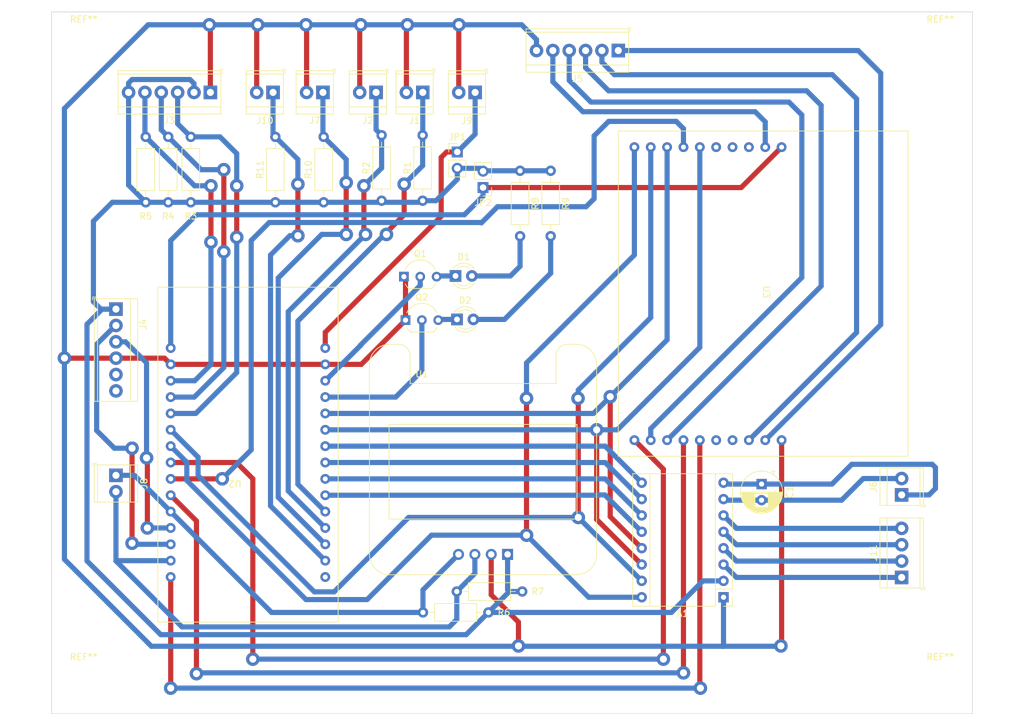
<source format=kicad_pcb>
(kicad_pcb (version 20211014) (generator pcbnew)
  (layers (0 "F.Cu" signal) (31 "B.Cu" signal) (34 "B.Paste" user) (35 "F.Paste" user) (36 "B.SilkS" user "B.Silkscreen") (37 "F.SilkS" user "F.Silkscreen") (38 "B.Mask" user) (39 "F.Mask" user) (44 "Edge.Cuts" user))
  (net 0 "")
  (net 1 "GND")
  (net 2 "/~{ENABLE}")
  (net 3 "VCC")
  (net 4 "/MS1")
  (net 5 "/1B")
  (net 6 "/MS2")
  (net 7 "/1A")
  (net 8 "/MS3")
  (net 9 "/2A")
  (net 10 "/RESET")
  (net 11 "/2B")
  (net 12 "/SLEEP")
  (net 13 "GNDPWR")
  (net 14 "/STEP")
  (net 15 "+VDC")
  (net 16 "/DIR")
  (net 17 "Net-(D1-Pad1)")
  (net 18 "Net-(D1-Pad2)")
  (net 19 "Net-(D2-Pad1)")
  (net 20 "Net-(D2-Pad2)")
  (net 21 "/ENDSWITCH_UP")
  (net 22 "/ENDSWITCH_DOWN")
  (net 23 "/ENC_BUTTON")
  (net 24 "/ENC_B")
  (net 25 "/ENC_A")
  (net 26 "/TX0")
  (net 27 "/RX0")
  (net 30 "/~{STALL}")
  (net 31 "/~{FAULT}")
  (net 32 "/POT")
  (net 33 "/BIN1")
  (net 34 "/BIN2")
  (net 35 "/BUTTON_A")
  (net 36 "/SDA")
  (net 37 "/SCK")
  (net 38 "+5V")
  (net 39 "/BUTTON_B")
  (net 40 "+3V3")
  (net 41 "/LED_RED")
  (net 42 "/LED_GREEN")
  (net 44 "/CS0")
  (net 45 "/CLK")
  (net 46 "/MISO")
  (net 47 "/MOSI")
  (footprint "MountingHole:MountingHole_3.2mm_M3_ISO7380" (layer "F.Cu") (at 55 48)
    (fp_text reference "REF**")
    (fp_text value "MountingHole_3.2mm_M3_ISO7380")
  )
  (footprint "LED_THT:LED_D3.0mm" (layer "F.Cu") (at 112.955 90.75)
    (fp_text reference "D2")
    (fp_text value "LED")
  )
  (footprint "TerminalBlock_TE-Connectivity:TerminalBlock_TE_282834-6_1x06_P2.54mm_Horizontal" (layer "F.Cu") (at 60 89.15 -90)
    (fp_text reference "J4")
    (fp_text value "Conn_01x06")
  )
  (footprint "Resistor_THT:R_Axial_DIN0207_L6.3mm_D2.5mm_P10.16mm_Horizontal" (layer "F.Cu") (at 122.75 67.67 -90)
    (fp_text reference "R8")
    (fp_text value "R")
  )
  (footprint "Connector_PinHeader_2.54mm:PinHeader_1x02_P2.54mm_Vertical" (layer "F.Cu") (at 113 64.75)
    (fp_text reference "JP1")
    (fp_text value "Jumper_2_Open")
  )
  (footprint "TerminalBlock_TE-Connectivity:TerminalBlock_TE_282834-2_1x02_P2.54mm_Horizontal" (layer "F.Cu") (at 107.64 55.5 180)
    (fp_text reference "J1")
    (fp_text value "Conn_01x02")
  )
  (footprint "Resistor_THT:R_Axial_DIN0207_L6.3mm_D2.5mm_P10.16mm_Horizontal" (layer "F.Cu") (at 123.08 133 180)
    (fp_text reference "R7")
    (fp_text value "R")
  )
  (footprint "TerminalBlock_TE-Connectivity:TerminalBlock_TE_282834-2_1x02_P2.54mm_Horizontal" (layer "F.Cu") (at 115.77 55.5 180)
    (fp_text reference "J9")
    (fp_text value "Conn_01x02")
  )
  (footprint "TerminalBlock_TE-Connectivity:TerminalBlock_TE_282834-6_1x06_P2.54mm_Horizontal" (layer "F.Cu") (at 74.66 55.5 180)
    (fp_text reference "J3")
    (fp_text value "Conn_01x06")
  )
  (footprint "TerminalBlock_TE-Connectivity:TerminalBlock_TE_282834-2_1x02_P2.54mm_Horizontal" (layer "F.Cu") (at 100.39 55.5 180)
    (fp_text reference "J2")
    (fp_text value "Conn_01x02")
  )
  (footprint "Resistor_THT:R_Axial_DIN0207_L6.3mm_D2.5mm_P10.16mm_Horizontal" (layer "F.Cu") (at 101.25 72.315 90)
    (fp_text reference "R2")
    (fp_text value "R")
  )
  (footprint "TerminalBlock_TE-Connectivity:TerminalBlock_TE_282834-2_1x02_P2.54mm_Horizontal" (layer "F.Cu") (at 182 118 90)
    (fp_text reference "J6")
    (fp_text value "Conn_01x02")
  )
  (footprint "Resistor_THT:R_Axial_DIN0207_L6.3mm_D2.5mm_P10.16mm_Horizontal" (layer "F.Cu") (at 107.62 72.315 90)
    (fp_text reference "R1")
    (fp_text value "R")
  )
  (footprint "Display:SH1106_Makershop" (layer "F.Cu") (at 125.89 127.235 180)
    (fp_text reference "U1")
    (fp_text value "SH1106_Display_Module")
  )
  (footprint "TerminalBlock_TE-Connectivity:TerminalBlock_TE_282834-6_1x06_P2.54mm_Horizontal" (layer "F.Cu") (at 138 49 180)
    (fp_text reference "J5")
    (fp_text value "Conn_01x06")
  )
  (footprint "Resistor_THT:R_Axial_DIN0207_L6.3mm_D2.5mm_P10.16mm_Horizontal" (layer "F.Cu") (at 64.62 72.565 90)
    (fp_text reference "R5")
    (fp_text value "R")
  )
  (footprint "ESP32-DevKits:ESP32-WROOM" (layer "F.Cu") (at 80.5 111.75 180)
    (fp_text reference "U2")
    (fp_text value "ESP32-WROOM")
  )
  (footprint "TerminalBlock_TE-Connectivity:TerminalBlock_TE_282834-2_1x02_P2.54mm_Horizontal" (layer "F.Cu") (at 92.14 55.5 180)
    (fp_text reference "J7")
    (fp_text value "Conn_01x02")
  )
  (footprint "Capacitor_THT:CP_Radial_D6.3mm_P2.50mm" (layer "F.Cu") (at 160.25 116.31762 -90)
    (fp_text reference "C1")
    (fp_text value "C_Polarized")
  )
  (footprint "TerminalBlock_TE-Connectivity:TerminalBlock_TE_282834-2_1x02_P2.54mm_Horizontal" (layer "F.Cu") (at 84.39 55.5 180)
    (fp_text reference "J10")
    (fp_text value "Conn_01x02")
  )
  (footprint "Resistor_THT:R_Axial_DIN0207_L6.3mm_D2.5mm_P10.16mm_Horizontal" (layer "F.Cu") (at 127.5 67.67 -90)
    (fp_text reference "R9")
    (fp_text value "R")
  )
  (footprint "Module:TI_BOOST_DRV8711" (layer "F.Cu") (at 160.5 86.5 -90)
    (fp_text reference "U3")
    (fp_text value "BOOST-DRV8711")
  )
  (footprint "MountingHole:MountingHole_3.2mm_M3_ISO7380" (layer "F.Cu") (at 188 48)
    (fp_text reference "REF**")
    (fp_text value "MountingHole_3.2mm_M3_ISO7380")
  )
  (footprint "Connector_PinHeader_2.54mm:PinHeader_1x02_P2.54mm_Vertical" (layer "F.Cu") (at 117 70.275 180)
    (fp_text reference "JP2")
    (fp_text value "Jumper_2_Bridged")
  )
  (footprint "TerminalBlock_TE-Connectivity:TerminalBlock_TE_282834-2_1x02_P2.54mm_Horizontal" (layer "F.Cu") (at 60 114.96 -90)
    (fp_text reference "J8")
    (fp_text value "Conn_01x02")
  )
  (footprint "Resistor_THT:R_Axial_DIN0207_L6.3mm_D2.5mm_P10.16mm_Horizontal" (layer "F.Cu") (at 117.83 136.25 180)
    (fp_text reference "R6")
    (fp_text value "R")
  )
  (footprint "Module:Pololu_Breakout-16_15.2x20.3mm" (layer "F.Cu") (at 154.34 133.89 180)
    (fp_text reference "A1")
    (fp_text value "Pololu_Breakout_A4988")
  )
  (footprint "Resistor_THT:R_Axial_DIN0207_L6.3mm_D2.5mm_P10.16mm_Horizontal" (layer "F.Cu") (at 71.62 72.565 90)
    (fp_text reference "R3")
    (fp_text value "R")
  )
  (footprint "Resistor_THT:R_Axial_DIN0207_L6.3mm_D2.5mm_P10.16mm_Horizontal" (layer "F.Cu") (at 84.75 72.565 90)
    (fp_text reference "R11")
    (fp_text value "R")
  )
  (footprint "Package_TO_SOT_THT:TO-92_Inline_Wide" (layer "F.Cu") (at 104.96 90.86)
    (fp_text reference "Q2")
    (fp_text value "2N7000")
  )
  (footprint "Package_TO_SOT_THT:TO-92_Inline_Wide" (layer "F.Cu") (at 104.71 84.11)
    (fp_text reference "Q1")
    (fp_text value "2N7000")
  )
  (footprint "TerminalBlock_TE-Connectivity:TerminalBlock_TE_282834-4_1x04_P2.54mm_Horizontal" (layer "F.Cu") (at 182 130.815 90)
    (fp_text reference "J11")
    (fp_text value "Conn_01x04")
  )
  (footprint "MountingHole:MountingHole_3.2mm_M3_ISO7380" (layer "F.Cu") (at 188 147)
    (fp_text reference "REF**")
    (fp_text value "MountingHole_3.2mm_M3_ISO7380")
  )
  (footprint "Resistor_THT:R_Axial_DIN0207_L6.3mm_D2.5mm_P10.16mm_Horizontal" (layer "F.Cu") (at 68.12 72.565 90)
    (fp_text reference "R4")
    (fp_text value "R")
  )
  (footprint "LED_THT:LED_D3.0mm" (layer "F.Cu") (at 112.725 84)
    (fp_text reference "D1")
    (fp_text value "LED")
  )
  (footprint "Resistor_THT:R_Axial_DIN0207_L6.3mm_D2.5mm_P10.16mm_Horizontal" (layer "F.Cu") (at 92.25 72.565 90)
    (fp_text reference "R10")
    (fp_text value "R")
  )
  (footprint "MountingHole:MountingHole_3.2mm_M3_ISO7380" (layer "F.Cu") (at 55 147)
    (fp_text reference "REF**")
    (fp_text value "MountingHole_3.2mm_M3_ISO7380")
  )
  (gr_rect (start 50 43) (end 193 152) (layer "Edge.Cuts") (width 0.1) (fill none))
  (segment (start 89.5 45) (end 89.6 45.1) (width 0.8) (layer "F.Cu") (net 1))
  (segment (start 105.25 45) (end 105.1 45.15) (width 0.8) (layer "F.Cu") (net 1))
  (segment (start 60 96.77) (end 52.02 96.77) (width 0.8) (layer "F.Cu") (net 1))
  (segment (start 67.54 96.77) (end 60 96.77) (width 0.8) (layer "F.Cu") (net 1))
  (segment (start 105.1 45.15) (end 105.1 55.5) (width 0.8) (layer "F.Cu") (net 1))
  (segment (start 163.25 141.4505) (end 163.36 141.3405) (width 0.8) (layer "F.Cu") (net 1))
  (segment (start 163.36 141.3405) (end 163.36 109.5) (width 0.8) (layer "F.Cu") (net 1))
  (segment (start 82 45) (end 81.85 45.15) (width 0.8) (layer "F.Cu") (net 1))
  (segment (start 74.5 45) (end 74.66 45.16) (width 0.8) (layer "F.Cu") (net 1))
  (segment (start 122.5 137.75) (end 122.5 141.4505) (width 0.8) (layer "F.Cu") (net 1))
  (segment (start 98.09 97.73) (end 104.96 90.86) (width 0.8) (layer "F.Cu") (net 1))
  (segment (start 89.6 45.1) (end 89.6 55.5) (width 0.8) (layer "F.Cu") (net 1))
  (segment (start 68.5 97.73) (end 92.5 97.73) (width 0.8) (layer "F.Cu") (net 1))
  (segment (start 104.96 84.36) (end 104.71 84.11) (width 0.8) (layer "F.Cu") (net 1))
  (segment (start 113.23 45.02) (end 113.23 55.5) (width 0.8) (layer "F.Cu") (net 1))
  (segment (start 68.5 97.73) (end 67.54 96.77) (width 0.8) (layer "F.Cu") (net 1))
  (segment (start 98 45) (end 97.6 45.4) (width 0.8) (layer "F.Cu") (net 1))
  (segment (start 97.85 45.4) (end 97.85 55.5) (width 0.8) (layer "F.Cu") (net 1))
  (segment (start 104.96 90.86) (end 104.96 84.36) (width 0.8) (layer "F.Cu") (net 1))
  (segment (start 81.85 45.15) (end 81.85 55.5) (width 0.8) (layer "F.Cu") (net 1))
  (segment (start 74.66 45.16) (end 74.66 55.5) (width 0.8) (layer "F.Cu") (net 1))
  (segment (start 113.25 45) (end 113.23 45.02) (width 0.8) (layer "F.Cu") (net 1))
  (segment (start 52.02 96.77) (end 52 96.75) (width 0.8) (layer "F.Cu") (net 1))
  (segment (start 118.27 133.52) (end 122.5 137.75) (width 0.8) (layer "F.Cu") (net 1))
  (segment (start 118.27 127.235) (end 118.27 133.52) (width 0.8) (layer "F.Cu") (net 1))
  (segment (start 92.5 97.73) (end 98.09 97.73) (width 0.8) (layer "F.Cu") (net 1))
  (via (at 163.25 141.4505) (size 2.1) (drill 1.1) (layers "F.Cu" "B.Cu") (net 1))
  (via (at 74.5 45) (size 2.1) (drill 1.1) (layers "F.Cu" "B.Cu") (net 1))
  (via (at 52 96.75) (size 2.1) (drill 1.1) (layers "F.Cu" "B.Cu") (net 1))
  (via (at 82 45) (size 2.1) (drill 1.1) (layers "F.Cu" "B.Cu") (net 1))
  (via (at 113.25 45) (size 2.1) (drill 1.1) (layers "F.Cu" "B.Cu") (net 1))
  (via (at 122.5 141.4505) (size 2.1) (drill 1.1) (layers "F.Cu" "B.Cu") (net 1))
  (via (at 105.25 45) (size 2.1) (drill 1.1) (layers "F.Cu" "B.Cu") (net 1))
  (via (at 98 45) (size 2.1) (drill 1.1) (layers "F.Cu" "B.Cu") (net 1))
  (via (at 89.5 45) (size 2.1) (drill 1.1) (layers "F.Cu" "B.Cu") (net 1))
  (segment (start 52 96.75) (end 52 128) (width 0.8) (layer "B.Cu") (net 1))
  (segment (start 98.25 45) (end 89.5 45) (width 0.8) (layer "B.Cu") (net 1))
  (segment (start 154.25 141.5) (end 163.25 141.5) (width 0.8) (layer "B.Cu") (net 1))
  (segment (start 113.25 45) (end 123 45) (width 0.8) (layer "B.Cu") (net 1))
  (segment (start 89.5 45) (end 82 45) (width 0.8) (layer "B.Cu") (net 1))
  (segment (start 82 45) (end 74.5 45) (width 0.8) (layer "B.Cu") (net 1))
  (segment (start 65 45) (end 52 58) (width 0.8) (layer "B.Cu") (net 1))
  (segment (start 74.5 45) (end 65 45) (width 0.8) (layer "B.Cu") (net 1))
  (segment (start 52 128) (end 65.5 141.5) (width 0.8) (layer "B.Cu") (net 1))
  (segment (start 65.5 141.5) (end 154.25 141.5) (width 0.8) (layer "B.Cu") (net 1))
  (segment (start 154.34 141.41) (end 154.34 133.89) (width 0.8) (layer "B.Cu") (net 1))
  (segment (start 105.25 45) (end 98.25 45) (width 0.8) (layer "B.Cu") (net 1))
  (segment (start 125.3 47.3) (end 125.3 49) (width 0.8) (layer "B.Cu") (net 1))
  (segment (start 113.25 45) (end 105.25 45) (width 0.8) (layer "B.Cu") (net 1))
  (segment (start 123 45) (end 125.3 47.3) (width 0.8) (layer "B.Cu") (net 1))
  (segment (start 163.25 141.5) (end 163.25 141.4505) (width 0.8) (layer "B.Cu") (net 1))
  (segment (start 154.25 141.5) (end 154.34 141.41) (width 0.8) (layer "B.Cu") (net 1))
  (segment (start 52 58) (end 52 96.75) (width 0.8) (layer "B.Cu") (net 1))
  (segment (start 92.5 110.43) (end 135.96 110.43) (width 0.8) (layer "B.Cu") (net 2))
  (segment (start 135.96 110.43) (end 141.64 116.11) (width 0.8) (layer "B.Cu") (net 2))
  (segment (start 57.65 89.15) (end 56.5 88) (width 0.8) (layer "B.Cu") (net 3))
  (segment (start 116.555 67.29) (end 117 67.735) (width 0.8) (layer "B.Cu") (net 3))
  (segment (start 55.5 91.5) (end 55.5 128.25) (width 0.8) (layer "B.Cu") (net 3))
  (segment (start 56.5 88) (end 56.5 75.5) (width 0.8) (layer "B.Cu") (net 3))
  (segment (start 64.62 72.565) (end 68.12 72.565) (width 0.8) (layer "B.Cu") (net 3))
  (segment (start 59.435 72.565) (end 64.62 72.565) (width 0.8) (layer "B.Cu") (net 3))
  (segment (start 66.94952 139.69952) (end 114.38048 139.69952) (width 0.8) (layer "B.Cu") (net 3))
  (segment (start 84.75 72.565) (end 71.62 72.565) (width 0.8) (layer "B.Cu") (net 3))
  (segment (start 72.12 54.12) (end 72.12 55.5) (width 0.8) (layer "B.Cu") (net 3))
  (segment (start 57.85 89.15) (end 55.5 91.5) (width 0.8) (layer "B.Cu") (net 3))
  (segment (start 120.81 132.73) (end 120.81 127.235) (width 0.8) (layer "B.Cu") (net 3))
  (segment (start 113 67.29) (end 116.555 67.29) (width 0.8) (layer "B.Cu") (net 3))
  (segment (start 56.5 75.5) (end 59.435 72.565) (width 0.8) (layer "B.Cu") (net 3))
  (segment (start 114.38048 139.69952) (end 117.83 136.25) (width 0.8) (layer "B.Cu") (net 3))
  (segment (start 61.96 69.905) (end 64.62 72.565) (width 0.8) (layer "B.Cu") (net 3))
  (segment (start 62.5 53.5) (end 71.5 53.5) (width 0.8) (layer "B.Cu") (net 3))
  (segment (start 107.62 72.315) (end 107.37 72.565) (width 0.8) (layer "B.Cu") (net 3))
  (segment (start 146.25 136.25) (end 151.15 131.35) (width 0.8) (layer "B.Cu") (net 3))
  (segment (start 123.08 133) (end 121.08 133) (width 0.8) (layer "B.Cu") (net 3))
  (segment (start 60 89.15) (end 57.65 89.15) (width 0.8) (layer "B.Cu") (net 3))
  (segment (start 121.08 133) (end 117.83 136.25) (width 0.8) (layer "B.Cu") (net 3))
  (segment (start 127.5 67.67) (end 122.75 67.67) (width 0.8) (layer "B.Cu") (net 3))
  (segment (start 122.75 67.67) (end 117.065 67.67) (width 0.8) (layer "B.Cu") (net 3))
  (segment (start 107.37 72.565) (end 84.75 72.565) (width 0.8) (layer "B.Cu") (net 3))
  (segment (start 68.12 72.565) (end 71.62 72.565) (width 0.8) (layer "B.Cu") (net 3))
  (segment (start 117.83 136.25) (end 146.25 136.25) (width 0.8) (layer "B.Cu") (net 3))
  (segment (start 55.5 128.25) (end 66.94952 139.69952) (width 0.8) (layer "B.Cu") (net 3))
  (segment (start 109.685 72.315) (end 107.62 72.315) (width 0.8) (layer "B.Cu") (net 3))
  (segment (start 113 67.29) (end 113 69) (width 0.8) (layer "B.Cu") (net 3))
  (segment (start 151.15 131.35) (end 154.34 131.35) (width 0.8) (layer "B.Cu") (net 3))
  (segment (start 121.08 133) (end 120.81 132.73) (width 0.8) (layer "B.Cu") (net 3))
  (segment (start 71.5 53.5) (end 72.12 54.12) (width 0.8) (layer "B.Cu") (net 3))
  (segment (start 113 69) (end 109.685 72.315) (width 0.8) (layer "B.Cu") (net 3))
  (segment (start 61.96 54.04) (end 62.5 53.5) (width 0.8) (layer "B.Cu") (net 3))
  (segment (start 61.96 55.5) (end 61.96 54.04) (width 0.8) (layer "B.Cu") (net 3))
  (segment (start 117.065 67.67) (end 117 67.735) (width 0.8) (layer "B.Cu") (net 3))
  (segment (start 60 89.15) (end 57.85 89.15) (width 0.8) (layer "B.Cu") (net 3))
  (segment (start 61.96 55.5) (end 61.96 69.905) (width 0.8) (layer "B.Cu") (net 3))
  (segment (start 92.5 112.97) (end 135.96 112.97) (width 0.8) (layer "B.Cu") (net 4))
  (segment (start 135.96 112.97) (end 141.64 118.65) (width 0.8) (layer "B.Cu") (net 4))
  (segment (start 156.345 130.815) (end 154.34 128.81) (width 0.8) (layer "B.Cu") (net 5))
  (segment (start 182 130.815) (end 156.345 130.815) (width 0.8) (layer "B.Cu") (net 5))
  (segment (start 135.96 115.51) (end 141.64 121.19) (width 0.8) (layer "B.Cu") (net 6))
  (segment (start 92.5 115.51) (end 135.96 115.51) (width 0.8) (layer "B.Cu") (net 6))
  (segment (start 182 128.275) (end 156.345 128.275) (width 0.8) (layer "B.Cu") (net 7))
  (segment (start 156.345 128.275) (end 154.34 126.27) (width 0.8) (layer "B.Cu") (net 7))
  (segment (start 135 118) (end 134.95 118.05) (width 0.8) (layer "B.Cu") (net 8))
  (segment (start 141.64 123.73) (end 135.91 118) (width 0.8) (layer "B.Cu") (net 8))
  (segment (start 134.95 118.05) (end 92.5 118.05) (width 0.8) (layer "B.Cu") (net 8))
  (segment (start 135.91 118) (end 135 118) (width 0.8) (layer "B.Cu") (net 8))
  (segment (start 156.345 125.735) (end 154.34 123.73) (width 0.8) (layer "B.Cu") (net 9))
  (segment (start 182 125.735) (end 156.345 125.735) (width 0.8) (layer "B.Cu") (net 9))
  (segment (start 136.75 102.75) (end 136.75 121.38) (width 0.8) (layer "F.Cu") (net 10))
  (segment (start 136.75 121.38) (end 141.64 126.27) (width 0.8) (layer "F.Cu") (net 10))
  (via (at 136.75 102.75) (size 2.1) (drill 1.1) (layers "F.Cu" "B.Cu") (net 10))
  (segment (start 145.58 93.92) (end 145.58 64) (width 0.8) (layer "B.Cu") (net 10))
  (segment (start 134.15 105.35) (end 145.58 93.92) (width 0.8) (layer "B.Cu") (net 10))
  (segment (start 92.5 105.35) (end 134.15 105.35) (width 0.8) (layer "B.Cu") (net 10))
  (segment (start 154.34 121.19) (end 156.345 123.195) (width 0.8) (layer "B.Cu") (net 11))
  (segment (start 182 123.195) (end 156.345 123.195) (width 0.8) (layer "B.Cu") (net 11))
  (segment (start 134.64 121.81) (end 141.64 128.81) (width 0.8) (layer "F.Cu") (net 12))
  (segment (start 134.64 107.89) (end 134.64 121.81) (width 0.8) (layer "F.Cu") (net 12))
  (via (at 134.64 107.89) (size 2.1) (drill 1.1) (layers "F.Cu" "B.Cu") (net 12))
  (segment (start 92.5 107.89) (end 137.86 107.89) (width 0.8) (layer "B.Cu") (net 12))
  (segment (start 137.86 107.89) (end 150.66 95.09) (width 0.8) (layer "B.Cu") (net 12))
  (segment (start 150.66 95.09) (end 150.66 64) (width 0.8) (layer "B.Cu") (net 12))
  (segment (start 176.04 115.46) (end 172.68238 118.81762) (width 0.8) (layer "B.Cu") (net 13))
  (segment (start 160.25 118.81762) (end 154.50762 118.81762) (width 0.8) (layer "B.Cu") (net 13))
  (segment (start 182 115.46) (end 176.04 115.46) (width 0.8) (layer "B.Cu") (net 13))
  (segment (start 172.68238 118.81762) (end 160.25 118.81762) (width 0.8) (layer "B.Cu") (net 13))
  (segment (start 154.50762 118.81762) (end 154.34 118.65) (width 0.8) (layer "B.Cu") (net 13))
  (segment (start 131.79 121.5) (end 131.79 103.04) (width 0.8) (layer "F.Cu") (net 14))
  (segment (start 131.79 103.04) (end 131.75 103) (width 0.8) (layer "F.Cu") (net 14))
  (via (at 131.79 121.5) (size 2.1) (drill 1.1) (layers "F.Cu" "B.Cu") (net 14))
  (via (at 131.75 103) (size 2.1) (drill 1.1) (layers "F.Cu" "B.Cu") (net 14))
  (segment (start 143.04 90.46) (end 143.04 64) (width 0.8) (layer "B.Cu") (net 14))
  (segment (start 72.75 112.14) (end 68.5 107.89) (width 0.8) (layer "B.Cu") (net 14))
  (segment (start 93.878769 133.05048) (end 90.80048 133.05048) (width 0.8) (layer "B.Cu") (net 14))
  (segment (start 141.64 131.35) (end 131.79 121.5) (width 0.8) (layer "B.Cu") (net 14))
  (segment (start 131.79 102.96) (end 131.79 101.71) (width 0.8) (layer "B.Cu") (net 14))
  (segment (start 131.79 101.71) (end 143.04 90.46) (width 0.8) (layer "B.Cu") (net 14))
  (segment (start 90.80048 133.05048) (end 72.75 115) (width 0.8) (layer "B.Cu") (net 14))
  (segment (start 72.75 115) (end 72.75 112.14) (width 0.8) (layer "B.Cu") (net 14))
  (segment (start 131.79 121.5) (end 105.429249 121.5) (width 0.8) (layer "B.Cu") (net 14))
  (segment (start 105.429249 121.5) (end 93.878769 133.05048) (width 0.8) (layer "B.Cu") (net 14))
  (segment (start 131.75 103) (end 131.79 102.96) (width 0.8) (layer "B.Cu") (net 14))
  (segment (start 187.25 113.75) (end 186.75 113.25) (width 0.8) (layer "B.Cu") (net 15))
  (segment (start 186.25 118) (end 187.25 117) (width 0.8) (layer "B.Cu") (net 15))
  (segment (start 154.54762 116.31762) (end 154.34 116.11) (width 0.8) (layer "B.Cu") (net 15))
  (segment (start 174.25 113.25) (end 171.18238 116.31762) (width 0.8) (layer "B.Cu") (net 15))
  (segment (start 186.75 113.25) (end 174.25 113.25) (width 0.8) (layer "B.Cu") (net 15))
  (segment (start 182 118) (end 186.25 118) (width 0.8) (layer "B.Cu") (net 15))
  (segment (start 160.25 116.31762) (end 154.54762 116.31762) (width 0.8) (layer "B.Cu") (net 15))
  (segment (start 171.18238 116.31762) (end 160.25 116.31762) (width 0.8) (layer "B.Cu") (net 15))
  (segment (start 187.25 117) (end 187.25 113.75) (width 0.8) (layer "B.Cu") (net 15))
  (segment (start 123.75 124.25) (end 123.75 103) (width 0.8) (layer "F.Cu") (net 16))
  (via (at 123.75 124.25) (size 2.1) (drill 1.1) (layers "F.Cu" "B.Cu") (net 16))
  (via (at 123.75 103) (size 2.1) (drill 1.1) (layers "F.Cu" "B.Cu") (net 16))
  (segment (start 89.5 134.25) (end 71 115.75) (width 0.8) (layer "B.Cu") (net 16))
  (segment (start 123.75 103) (end 123.75 97.5) (width 0.8) (layer "B.Cu") (net 16))
  (segment (start 109 124.25) (end 99 134.25) (width 0.8) (layer "B.Cu") (net 16))
  (segment (start 123.75 124.25) (end 109 124.25) (width 0.8) (layer "B.Cu") (net 16))
  (segment (start 123.75 124.25) (end 133.39 133.89) (width 0.8) (layer "B.Cu") (net 16))
  (segment (start 133.39 133.89) (end 141.64 133.89) (width 0.8) (layer "B.Cu") (net 16))
  (segment (start 71 115.75) (end 71 112.93) (width 0.8) (layer "B.Cu") (net 16))
  (segment (start 140.5 80.75) (end 140.5 64) (width 0.8) (layer "B.Cu") (net 16))
  (segment (start 123.75 97.5) (end 140.5 80.75) (width 0.8) (layer "B.Cu") (net 16))
  (segment (start 99 134.25) (end 89.5 134.25) (width 0.8) (layer "B.Cu") (net 16))
  (segment (start 71 112.93) (end 68.5 110.43) (width 0.8) (layer "B.Cu") (net 16))
  (segment (start 112.725 84) (end 109.9 84) (width 0.8) (layer "B.Cu") (net 17))
  (segment (start 109.9 84) (end 109.79 84.11) (width 0.8) (layer "B.Cu") (net 17))
  (segment (start 122.75 77.83) (end 122.75 82.5) (width 0.8) (layer "B.Cu") (net 18))
  (segment (start 121.25 84) (end 122.75 82.5) (width 0.8) (layer "B.Cu") (net 18))
  (segment (start 115.265 84) (end 121.25 84) (width 0.8) (layer "B.Cu") (net 18))
  (segment (start 112.955 90.75) (end 110.15 90.75) (width 0.8) (layer "B.Cu") (net 19))
  (segment (start 110.15 90.75) (end 110.04 90.86) (width 0.8) (layer "B.Cu") (net 19))
  (segment (start 115.495 90.75) (end 120.33 90.75) (width 0.8) (layer "B.Cu") (net 20))
  (segment (start 127.5 83.58) (end 127.5 77.83) (width 0.8) (layer "B.Cu") (net 20))
  (segment (start 120.33 90.75) (end 127.5 83.58) (width 0.8) (layer "B.Cu") (net 20))
  (segment (start 104.75 69.75) (end 104.75 74.5) (width 0.8) (layer "F.Cu") (net 21))
  (segment (start 104.75 74.5) (end 102 77.25) (width 0.8) (layer "F.Cu") (net 21))
  (segment (start 102 77.25) (end 102 77.5495) (width 0.8) (layer "F.Cu") (net 21))
  (via (at 104.75 69.75) (size 2.1) (drill 1.1) (layers "F.Cu" "B.Cu") (net 21))
  (via (at 102 77.5495) (size 2.1) (drill 1.1) (layers "F.Cu" "B.Cu") (net 21))
  (segment (start 88.25 91) (end 88.25 116.34) (width 0.8) (layer "B.Cu") (net 21))
  (segment (start 107.62 66.88) (end 104.75 69.75) (width 0.8) (layer "B.Cu") (net 21))
  (segment (start 101.7005 77.5495) (end 88.25 91) (width 0.8) (layer "B.Cu") (net 21))
  (segment (start 102 77.5495) (end 101.7005 77.5495) (width 0.8) (layer "B.Cu") (net 21))
  (segment (start 88.25 116.34) (end 92.5 120.59) (width 0.8) (layer "B.Cu") (net 21))
  (segment (start 107.64 55.5) (end 107.64 62.135) (width 0.8) (layer "B.Cu") (net 21))
  (segment (start 107.62 62.155) (end 107.62 66.88) (width 0.8) (layer "B.Cu") (net 21))
  (segment (start 107.64 62.135) (end 107.62 62.155) (width 0.8) (layer "B.Cu") (net 21))
  (segment (start 98.5 77) (end 98.75 77.25) (width 0.8) (layer "F.Cu") (net 22))
  (segment (start 98.5 70) (end 98.5 77) (width 0.8) (layer "F.Cu") (net 22))
  (segment (start 98.75 77.25) (end 98.75 77.5495) (width 0.8) (layer "F.Cu") (net 22))
  (via (at 98.75 77.5495) (size 2.1) (drill 1.1) (layers "F.Cu" "B.Cu") (net 22))
  (via (at 98.5 70) (size 2.1) (drill 1.1) (layers "F.Cu" "B.Cu") (net 22))
  (segment (start 100.39 55.5) (end 100.39 61.295) (width 0.8) (layer "B.Cu") (net 22))
  (segment (start 92.5 123.13) (end 86.75 117.38) (width 0.8) (layer "B.Cu") (net 22))
  (segment (start 86.75 89.5495) (end 98.75 77.5495) (width 0.8) (layer "B.Cu") (net 22))
  (segment (start 101.25 67.25) (end 98.5 70) (width 0.8) (layer "B.Cu") (net 22))
  (segment (start 86.75 117.38) (end 86.75 89.5495) (width 0.8) (layer "B.Cu") (net 22))
  (segment (start 100.39 61.295) (end 101.25 62.155) (width 0.8) (layer "B.Cu") (net 22))
  (segment (start 101.25 62.155) (end 101.25 67.25) (width 0.8) (layer "B.Cu") (net 22))
  (segment (start 78.75 78) (end 78.75 70) (width 0.8) (layer "F.Cu") (net 23))
  (via (at 78.75 70) (size 2.1) (drill 1.1) (layers "F.Cu" "B.Cu") (net 23))
  (via (at 78.75 78) (size 2.1) (drill 1.1) (layers "F.Cu" "B.Cu") (net 23))
  (segment (start 69.58 60.365) (end 71.62 62.405) (width 0.8) (layer "B.Cu") (net 23))
  (segment (start 72.4 105.35) (end 78.5 99.25) (width 0.8) (layer "B.Cu") (net 23))
  (segment (start 68.5 105.35) (end 72.4 105.35) (width 0.8) (layer "B.Cu") (net 23))
  (segment (start 78.5 99.25) (end 78.75 99) (width 0.8) (layer "B.Cu") (net 23))
  (segment (start 78.75 65) (end 76.155 62.405) (width 0.8) (layer "B.Cu") (net 23))
  (segment (start 78.75 70) (end 78.75 65) (width 0.8) (layer "B.Cu") (net 23))
  (segment (start 69.58 55.5) (end 69.58 60.365) (width 0.8) (layer "B.Cu") (net 23))
  (segment (start 78.75 99) (end 78.75 78) (width 0.8) (layer "B.Cu") (net 23))
  (segment (start 76.155 62.405) (end 71.62 62.405) (width 0.8) (layer "B.Cu") (net 23))
  (segment (start 76.75 67.5) (end 76.75 80.25) (width 0.8) (layer "F.Cu") (net 24))
  (via (at 76.75 80.25) (size 2.1) (drill 1.1) (layers "F.Cu" "B.Cu") (net 24))
  (via (at 76.75 67.5) (size 2.1) (drill 1.1) (layers "F.Cu" "B.Cu") (net 24))
  (segment (start 72.163189 102.81) (end 68.5 102.81) (width 0.8) (layer "B.Cu") (net 24))
  (segment (start 76.75 98.223189) (end 72.163189 102.81) (width 0.8) (layer "B.Cu") (net 24))
  (segment (start 67.04 55.5) (end 67.04 61.325) (width 0.8) (layer "B.Cu") (net 24))
  (segment (start 68.12 62.405) (end 73.215 67.5) (width 0.8) (layer "B.Cu") (net 24))
  (segment (start 76.75 80.25) (end 76.75 98.223189) (width 0.8) (layer "B.Cu") (net 24))
  (segment (start 67.04 61.325) (end 68.12 62.405) (width 0.8) (layer "B.Cu") (net 24))
  (segment (start 73.215 67.5) (end 76.75 67.5) (width 0.8) (layer "B.Cu") (net 24))
  (segment (start 74.75 78.75) (end 74.75 70) (width 0.8) (layer "F.Cu") (net 25))
  (via (at 74.75 70) (size 2.1) (drill 1.1) (layers "F.Cu" "B.Cu") (net 25))
  (via (at 74.75 78.75) (size 2.1) (drill 1.1) (layers "F.Cu" "B.Cu") (net 25))
  (segment (start 74.75 97.75) (end 74.75 78.75) (width 0.8) (layer "B.Cu") (net 25))
  (segment (start 64.5 62.285) (end 64.62 62.405) (width 0.2) (layer "B.Cu") (net 25))
  (segment (start 72.23 100.27) (end 74.75 97.75) (width 0.8) (layer "B.Cu") (net 25))
  (segment (start 74.75 70) (end 72.215 70) (width 0.8) (layer "B.Cu") (net 25))
  (segment (start 64.5 55.5) (end 64.5 62.285) (width 0.8) (layer "B.Cu") (net 25))
  (segment (start 72.215 70) (end 64.62 62.405) (width 0.8) (layer "B.Cu") (net 25))
  (segment (start 68.5 100.27) (end 72.23 100.27) (width 0.8) (layer "B.Cu") (net 25))
  (segment (start 62.5 125.5) (end 62.5 110.75) (width 0.8) (layer "F.Cu") (net 26))
  (via (at 62.5 125.5) (size 2.1) (drill 1.1) (layers "F.Cu" "B.Cu") (net 26))
  (via (at 62.5 110.75) (size 2.1) (drill 1.1) (layers "F.Cu" "B.Cu") (net 26))
  (segment (start 59.75 110.75) (end 57 108) (width 0.8) (layer "B.Cu") (net 26))
  (segment (start 62.5 110.75) (end 59.75 110.75) (width 0.8) (layer "B.Cu") (net 26))
  (segment (start 57 94.614395) (end 59.924395 91.69) (width 0.8) (layer "B.Cu") (net 26))
  (segment (start 57 108) (end 57 94.614395) (width 0.8) (layer "B.Cu") (net 26))
  (segment (start 59.924395 91.69) (end 60 91.69) (width 0.8) (layer "B.Cu") (net 26))
  (segment (start 62.67 125.67) (end 62.5 125.5) (width 0.8) (layer "B.Cu") (net 26))
  (segment (start 68.5 125.67) (end 62.67 125.67) (width 0.8) (layer "B.Cu") (net 26))
  (segment (start 64.88 112.12) (end 64.75 112.25) (width 0.8) (layer "F.Cu") (net 27))
  (segment (start 64.88 123.13) (end 64.88 112.12) (width 0.8) (layer "F.Cu") (net 27))
  (via (at 64.88 123.13) (size 2.1) (drill 1.1) (layers "F.Cu" "B.Cu") (net 27))
  (via (at 64.75 112.25) (size 2.1) (drill 1.1) (layers "F.Cu" "B.Cu") (net 27))
  (segment (start 68.5 123.13) (end 64.88 123.13) (width 0.8) (layer "B.Cu") (net 27))
  (segment (start 61.484924 94.23) (end 60 94.23) (width 0.8) (layer "B.Cu") (net 27))
  (segment (start 64.75 97.495076) (end 61.484924 94.23) (width 0.8) (layer "B.Cu") (net 27))
  (segment (start 64.75 112.25) (end 64.75 97.495076) (width 0.8) (layer "B.Cu") (net 27))
  (segment (start 178.75 91.57) (end 160.82 109.5) (width 0.8) (layer "B.Cu") (net 30))
  (segment (start 175.25 49) (end 178.75 52.5) (width 0.8) (layer "B.Cu") (net 30))
  (segment (start 178.75 52.5) (end 178.75 91.57) (width 0.8) (layer "B.Cu") (net 30))
  (segment (start 138 49) (end 175.25 49) (width 0.8) (layer "B.Cu") (net 30))
  (segment (start 137.400489 52.75) (end 171.25 52.75) (width 0.8) (layer "B.Cu") (net 31))
  (segment (start 175 56.5) (end 175 92.78) (width 0.8) (layer "B.Cu") (net 31))
  (segment (start 135.46 49) (end 135.46 50.809511) (width 0.8) (layer "B.Cu") (net 31))
  (segment (start 175 92.78) (end 158.28 109.5) (width 0.8) (layer "B.Cu") (net 31))
  (segment (start 135.46 50.809511) (end 137.400489 52.75) (width 0.8) (layer "B.Cu") (net 31))
  (segment (start 171.25 52.75) (end 175 56.5) (width 0.8) (layer "B.Cu") (net 31))
  (segment (start 132.5 58.5) (end 127.84 53.84) (width 0.8) (layer "B.Cu") (net 32))
  (segment (start 160.82 60.07) (end 159.25 58.5) (width 0.8) (layer "B.Cu") (net 32))
  (segment (start 159.25 58.5) (end 132.5 58.5) (width 0.8) (layer "B.Cu") (net 32))
  (segment (start 160.82 64) (end 160.82 60.07) (width 0.8) (layer "B.Cu") (net 32))
  (segment (start 127.84 53.84) (end 127.84 49) (width 0.8) (layer "B.Cu") (net 32))
  (segment (start 145.58 109.5) (end 169.5 85.58) (width 0.8) (layer "B.Cu") (net 33))
  (segment (start 169.5 57.5) (end 167.25 55.25) (width 0.8) (layer "B.Cu") (net 33))
  (segment (start 167.25 55.25) (end 136.5 55.25) (width 0.8) (layer "B.Cu") (net 33))
  (segment (start 136.5 55.25) (end 132.92 51.67) (width 0.8) (layer "B.Cu") (net 33))
  (segment (start 132.92 51.67) (end 132.92 49) (width 0.8) (layer "B.Cu") (net 33))
  (segment (start 169.5 85.58) (end 169.5 57.5) (width 0.8) (layer "B.Cu") (net 33))
  (segment (start 130.38 49) (end 130.38 53.63) (width 0.8) (layer "B.Cu") (net 34))
  (segment (start 166.5 59) (end 166.5 84.25) (width 0.8) (layer "B.Cu") (net 34))
  (segment (start 166.5 84.25) (end 143.04 107.71) (width 0.8) (layer "B.Cu") (net 34))
  (segment (start 143.04 107.71) (end 143.04 109.5) (width 0.8) (layer "B.Cu") (net 34))
  (segment (start 130.38 53.63) (end 133.75 57) (width 0.8) (layer "B.Cu") (net 34))
  (segment (start 133.75 57) (end 164.5 57) (width 0.8) (layer "B.Cu") (net 34))
  (segment (start 164.5 57) (end 166.5 59) (width 0.8) (layer "B.Cu") (net 34))
  (segment (start 95.75 69.5) (end 95.75 77.5495) (width 0.8) (layer "F.Cu") (net 35))
  (via (at 95.75 69.5) (size 2.1) (drill 1.1) (layers "F.Cu" "B.Cu") (net 35))
  (via (at 95.75 77.5495) (size 2.1) (drill 1.1) (layers "F.Cu" "B.Cu") (net 35))
  (segment (start 95.75 65.905) (end 95.75 69.5) (width 0.8) (layer "B.Cu") (net 35))
  (segment (start 92.14 62.295) (end 92.25 62.405) (width 0.8) (layer "B.Cu") (net 35))
  (segment (start 92.14 55.5) (end 92.14 62.295) (width 0.8) (layer "B.Cu") (net 35))
  (segment (start 91.9505 77.5495) (end 95.75 77.5495) (width 0.8) (layer "B.Cu") (net 35))
  (segment (start 85.19952 118.36952) (end 85.19952 84.30048) (width 0.8) (layer "B.Cu") (net 35))
  (segment (start 92.25 62.405) (end 95.75 65.905) (width 0.8) (layer "B.Cu") (net 35))
  (segment (start 85.19952 84.30048) (end 91.9505 77.5495) (width 0.8) (layer "B.Cu") (net 35))
  (segment (start 92.5 125.67) (end 85.19952 118.36952) (width 0.8) (layer "B.Cu") (net 35))
  (segment (start 62.75 115) (end 62.71 114.96) (width 0.8) (layer "B.Cu") (net 36))
  (segment (start 68.5 120.59) (end 62.91 115) (width 0.8) (layer "B.Cu") (net 36))
  (segment (start 107.67 136.25) (end 84.16 136.25) (width 0.8) (layer "B.Cu") (net 36))
  (segment (start 107.67 132.755) (end 107.67 136.25) (width 0.8) (layer "B.Cu") (net 36))
  (segment (start 62.71 114.96) (end 60 114.96) (width 0.8) (layer "B.Cu") (net 36))
  (segment (start 84.16 136.25) (end 68.5 120.59) (width 0.8) (layer "B.Cu") (net 36))
  (segment (start 62.91 115) (end 62.75 115) (width 0.8) (layer "B.Cu") (net 36))
  (segment (start 113.19 127.235) (end 107.67 132.755) (width 0.8) (layer "B.Cu") (net 36))
  (segment (start 115.73 127.235) (end 115.73 130.19) (width 0.8) (layer "B.Cu") (net 37))
  (segment (start 68.5 128.21) (end 60.04 128.21) (width 0.8) (layer "B.Cu") (net 37))
  (segment (start 111.75 138.5) (end 70.25 138.5) (width 0.8) (layer "B.Cu") (net 37))
  (segment (start 60 128.25) (end 60 117.5) (width 0.8) (layer "B.Cu") (net 37))
  (segment (start 115.73 130.19) (end 112.92 133) (width 0.8) (layer "B.Cu") (net 37))
  (segment (start 112.92 133) (end 112.92 137.33) (width 0.8) (layer "B.Cu") (net 37))
  (segment (start 70.25 138.5) (end 60 128.25) (width 0.8) (layer "B.Cu") (net 37))
  (segment (start 112.92 137.33) (end 111.75 138.5) (width 0.8) (layer "B.Cu") (net 37))
  (segment (start 60.04 128.21) (end 60 128.25) (width 0.8) (layer "B.Cu") (net 37))
  (segment (start 92.5 95.19) (end 92.5 92.75) (width 0.8) (layer "F.Cu") (net 38))
  (segment (start 92.5 92.75) (end 110.5 74.75) (width 0.8) (layer "F.Cu") (net 38))
  (segment (start 110.5 65.6) (end 111.35 64.75) (width 0.8) (layer "F.Cu") (net 38))
  (segment (start 111.35 64.75) (end 113 64.75) (width 0.8) (layer "F.Cu") (net 38))
  (segment (start 110.5 74.75) (end 110.5 65.6) (width 0.8) (layer "F.Cu") (net 38))
  (segment (start 115.77 61.98) (end 115.77 55.5) (width 0.8) (layer "B.Cu") (net 38))
  (segment (start 113 64.75) (end 115.77 61.98) (width 0.8) (layer "B.Cu") (net 38))
  (segment (start 88.25 69.75) (end 88.25 77.75) (width 0.8) (layer "F.Cu") (net 39))
  (via (at 88.25 69.75) (size 2.1) (drill 1.1) (layers "F.Cu" "B.Cu") (net 39))
  (via (at 88.25 77.75) (size 2.1) (drill 1.1) (layers "F.Cu" "B.Cu") (net 39))
  (segment (start 88.25 77.75) (end 87 77.75) (width 0.8) (layer "B.Cu") (net 39))
  (segment (start 87 77.75) (end 84 80.75) (width 0.8) (layer "B.Cu") (net 39))
  (segment (start 84.39 62.045) (end 84.75 62.405) (width 0.8) (layer "B.Cu") (net 39))
  (segment (start 84.75 62.405) (end 88.25 65.905) (width 0.8) (layer "B.Cu") (net 39))
  (segment (start 84.39 55.5) (end 84.39 62.045) (width 0.8) (layer "B.Cu") (net 39))
  (segment (start 84 80.75) (end 84 119.71) (width 0.8) (layer "B.Cu") (net 39))
  (segment (start 88.25 65.905) (end 88.25 69.75) (width 0.8) (layer "B.Cu") (net 39))
  (segment (start 84 119.71) (end 92.5 128.21) (width 0.8) (layer "B.Cu") (net 39))
  (segment (start 157.085 70.275) (end 163.36 64) (width 0.8) (layer "F.Cu") (net 40))
  (segment (start 117 70.275) (end 157.085 70.275) (width 0.8) (layer "F.Cu") (net 40))
  (segment (start 117 70.275) (end 117 71.6) (width 0.8) (layer "B.Cu") (net 40))
  (segment (start 72.5 74.5) (end 68.5 78.5) (width 0.8) (layer "B.Cu") (net 40))
  (segment (start 68.5 78.5) (end 68.5 95.19) (width 0.8) (layer "B.Cu") (net 40))
  (segment (start 114.1 74.5) (end 72.5 74.5) (width 0.8) (layer "B.Cu") (net 40))
  (segment (start 117 71.6) (end 114.1 74.5) (width 0.8) (layer "B.Cu") (net 40))
  (segment (start 92.5 100.27) (end 98 94.77) (width 0.8) (layer "B.Cu") (net 41))
  (segment (start 98 94.77) (end 98 94.720978) (width 0.8) (layer "B.Cu") (net 41))
  (segment (start 107.25 85.470978) (end 98 94.720978) (width 0.8) (layer "B.Cu") (net 41))
  (segment (start 107.25 84.11) (end 107.25 85.470978) (width 0.8) (layer "B.Cu") (net 41))
  (segment (start 103.44 102.81) (end 107.5 98.75) (width 0.8) (layer "B.Cu") (net 42))
  (segment (start 107.5 90.86) (end 107.5 98.75) (width 0.8) (layer "B.Cu") (net 42))
  (segment (start 92.5 102.81) (end 103.44 102.81) (width 0.8) (layer "B.Cu") (net 42))
  (segment (start 81.25 115.5) (end 78.72 112.97) (width 0.8) (layer "F.Cu") (net 44))
  (segment (start 145 114) (end 145 143.5) (width 0.8) (layer "F.Cu") (net 44))
  (segment (start 78.72 112.97) (end 68.5 112.97) (width 0.8) (layer "F.Cu") (net 44))
  (segment (start 140.5 109.5) (end 145 114) (width 0.8) (layer "F.Cu") (net 44))
  (segment (start 81.25 143.5) (end 81.25 115.5) (width 0.8) (layer "F.Cu") (net 44))
  (via (at 145 143.5) (size 2.1) (drill 1.1) (layers "F.Cu" "B.Cu") (net 44))
  (via (at 81.25 143.5) (size 2.1) (drill 1.1) (layers "F.Cu" "B.Cu") (net 44))
  (segment (start 145 143.5) (end 81.25 143.5) (width 0.8) (layer "B.Cu") (net 44))
  (segment (start 76.49 115.51) (end 68.5 115.51) (width 0.8) (layer "F.Cu") (net 45))
  (segment (start 76.5 115.5) (end 76.49 115.51) (width 0.8) (layer "F.Cu") (net 45))
  (via (at 76.5 115.5) (size 2.1) (drill 1.1) (layers "F.Cu" "B.Cu") (net 45))
  (segment (start 76.5 115.5) (end 81 111) (width 0.8) (layer "B.Cu") (net 45))
  (segment (start 81 111) (end 81 78.5) (width 0.8) (layer "B.Cu") (net 45))
  (segment (start 116.75 75.75) (end 119.25 73.25) (width 0.8) (layer "B.Cu") (net 45))
  (segment (start 134.25 62.25) (end 136.5 60) (width 0.8) (layer "B.Cu") (net 45))
  (segment (start 136.5 60) (end 147 60) (width 0.8) (layer "B.Cu") (net 45))
  (segment (start 148.12 61.12) (end 148.12 64) (width 0.8) (layer "B.Cu") (net 45))
  (segment (start 116.699989 75.699989) (end 116.75 75.75) (width 0.8) (layer "B.Cu") (net 45))
  (segment (start 133 73.25) (end 134.25 72) (width 0.8) (layer "B.Cu") (net 45))
  (segment (start 134.25 72) (end 134.25 62.25) (width 0.8) (layer "B.Cu") (net 45))
  (segment (start 81 78.5) (end 83.800011 75.699989) (width 0.8) (layer "B.Cu") (net 45))
  (segment (start 119.25 73.25) (end 133 73.25) (width 0.8) (layer "B.Cu") (net 45))
  (segment (start 83.800011 75.699989) (end 116.699989 75.699989) (width 0.8) (layer "B.Cu") (net 45))
  (segment (start 147 60) (end 148.12 61.12) (width 0.8) (layer "B.Cu") (net 45))
  (segment (start 72.5 122.05) (end 68.5 118.05) (width 0.8) (layer "F.Cu") (net 46))
  (segment (start 72.5 145.75) (end 72.5 122.05) (width 0.8) (layer "F.Cu") (net 46))
  (segment (start 148.12 109.5) (end 148.12 145.63) (width 0.8) (layer "F.Cu") (net 46))
  (via (at 72.5 145.75) (size 2.1) (drill 1.1) (layers "F.Cu" "B.Cu") (net 46))
  (via (at 148.12 145.63) (size 2.1) (drill 1.1) (layers "F.Cu" "B.Cu") (net 46))
  (segment (start 148.12 145.63) (end 72.62 145.63) (width 0.8) (layer "B.Cu") (net 46))
  (segment (start 72.62 145.63) (end 72.5 145.75) (width 0.8) (layer "B.Cu") (net 46))
  (segment (start 150.66 109.5) (end 150.66 147.91) (width 0.8) (layer "F.Cu") (net 47))
  (segment (start 68.5 148) (end 68.5 130.75) (width 0.8) (layer "F.Cu") (net 47))
  (segment (start 150.66 147.91) (end 150.75 148) (width 0.8) (layer "F.Cu") (net 47))
  (via (at 150.75 148) (size 2.1) (drill 1.1) (layers "F.Cu" "B.Cu") (net 47))
  (via (at 68.5 148) (size 2.1) (drill 1.1) (layers "F.Cu" "B.Cu") (net 47))
  (segment (start 150.75 148) (end 68.5 148) (width 0.8) (layer "B.Cu") (net 47))
)
</source>
